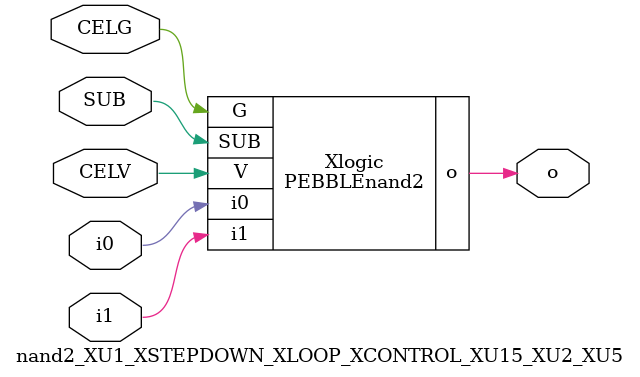
<source format=v>



module PEBBLEnand2 ( o, G, SUB, V, i0, i1 );

  input i0;
  input V;
  input i1;
  input G;
  output o;
  input SUB;
endmodule

//Celera Confidential Do Not Copy nand2_XU1_XSTEPDOWN_XLOOP_XCONTROL_XU15_XU2_XU5
//Celera Confidential Symbol Generator
//5V NAND2
module nand2_XU1_XSTEPDOWN_XLOOP_XCONTROL_XU15_XU2_XU5 (CELV,CELG,i0,i1,o,SUB);
input CELV;
input CELG;
input i0;
input i1;
input SUB;
output o;

//Celera Confidential Do Not Copy nand2
PEBBLEnand2 Xlogic(
.V (CELV),
.i0 (i0),
.i1 (i1),
.o (o),
.SUB (SUB),
.G (CELG)
);
//,diesize,PEBBLEnand2

//Celera Confidential Do Not Copy Module End
//Celera Schematic Generator
endmodule

</source>
